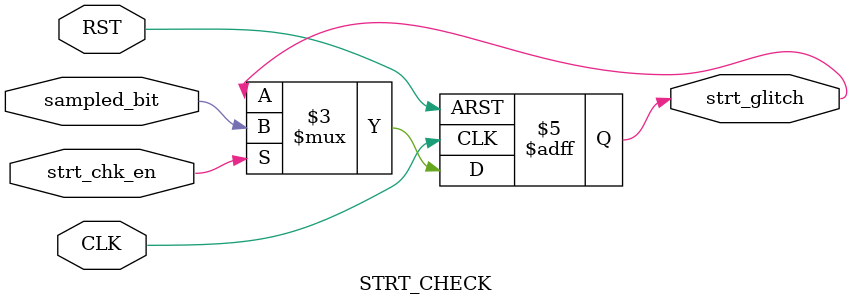
<source format=v>
/*
Module: STRT_CHECK.v
Owner : Omar  Salah
-------------------------
Description :
-------------

-------------------------
Mapping     :
-------------
STRT_CHECK start_check 
(
  .strt_chk_en   ()    ,
  .sampled_bit   ()    ,
  .CLK           ()    ,
  .RST           ()    ,
  .strt_glitch   ()       
);
*/


module  STRT_CHECK(
  input   wire    strt_chk_en   ,
  input   wire    sampled_bit   ,
  input   wire    CLK           ,
  input   wire    RST           ,
  output  reg     strt_glitch
);

always  @ (posedge  CLK or negedge  RST)
  begin
   if(!RST)
     begin
       strt_glitch  <=  1'b0;
     end
   else if(strt_chk_en )
    begin
      strt_glitch <=  sampled_bit;
    end
  end

endmodule

</source>
